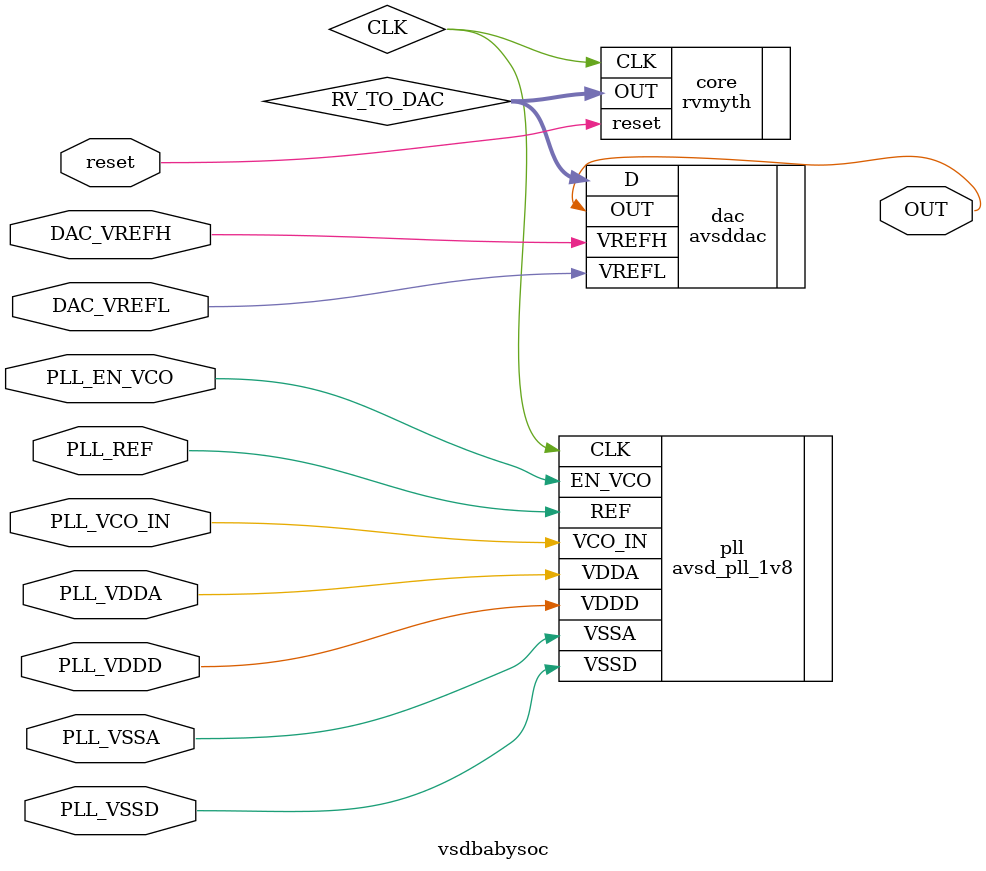
<source format=v>
module vsdbabysoc (
   output wire OUT,
   input  wire reset,
   input  wire DAC_VREFH,
   input  wire DAC_VREFL,
   input  wire PLL_VCO_IN,
   input  wire PLL_VDDA,
   input  wire PLL_VDDD,
   input  wire PLL_VSSA,
   input  wire PLL_VSSD,
   input  wire PLL_EN_VCO,
   input  wire PLL_REF
);

   wire CLK;
   wire [9:0] RV_TO_DAC;

   avsd_pll_1v8 pll (
      .CLK(CLK),
      .VCO_IN(PLL_VCO_IN),
      .VDDA(PLL_VDDA),
      .VDDD(PLL_VDDD), 
      .VSSA(PLL_VSSA),
      .VSSD(PLL_VSSD),
      .EN_VCO(PLL_EN_VCO),
      .REF(PLL_REF)
   );

   rvmyth core (
      .OUT(RV_TO_DAC),
      .CLK(CLK),
      .reset(reset)
   );

   avsddac dac (
      .OUT(OUT),
      .D(RV_TO_DAC),
      .VREFH(DAC_VREFH),
      .VREFL(DAC_VREFL)
   );
   
endmodule

</source>
